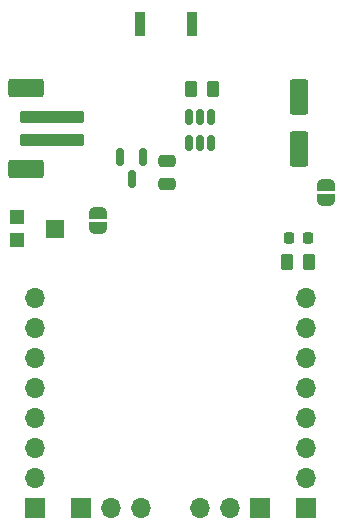
<source format=gbr>
%TF.GenerationSoftware,KiCad,Pcbnew,7.0.9*%
%TF.CreationDate,2024-03-26T06:33:17-07:00*%
%TF.ProjectId,cnft-tpl-esp32cam,636e6674-2d74-4706-9c2d-657370333263,rev?*%
%TF.SameCoordinates,Original*%
%TF.FileFunction,Soldermask,Top*%
%TF.FilePolarity,Negative*%
%FSLAX46Y46*%
G04 Gerber Fmt 4.6, Leading zero omitted, Abs format (unit mm)*
G04 Created by KiCad (PCBNEW 7.0.9) date 2024-03-26 06:33:17*
%MOMM*%
%LPD*%
G01*
G04 APERTURE LIST*
G04 Aperture macros list*
%AMRoundRect*
0 Rectangle with rounded corners*
0 $1 Rounding radius*
0 $2 $3 $4 $5 $6 $7 $8 $9 X,Y pos of 4 corners*
0 Add a 4 corners polygon primitive as box body*
4,1,4,$2,$3,$4,$5,$6,$7,$8,$9,$2,$3,0*
0 Add four circle primitives for the rounded corners*
1,1,$1+$1,$2,$3*
1,1,$1+$1,$4,$5*
1,1,$1+$1,$6,$7*
1,1,$1+$1,$8,$9*
0 Add four rect primitives between the rounded corners*
20,1,$1+$1,$2,$3,$4,$5,0*
20,1,$1+$1,$4,$5,$6,$7,0*
20,1,$1+$1,$6,$7,$8,$9,0*
20,1,$1+$1,$8,$9,$2,$3,0*%
%AMFreePoly0*
4,1,19,0.500000,-0.750000,0.000000,-0.750000,0.000000,-0.744911,-0.071157,-0.744911,-0.207708,-0.704816,-0.327430,-0.627875,-0.420627,-0.520320,-0.479746,-0.390866,-0.500000,-0.250000,-0.500000,0.250000,-0.479746,0.390866,-0.420627,0.520320,-0.327430,0.627875,-0.207708,0.704816,-0.071157,0.744911,0.000000,0.744911,0.000000,0.750000,0.500000,0.750000,0.500000,-0.750000,0.500000,-0.750000,
$1*%
%AMFreePoly1*
4,1,19,0.000000,0.744911,0.071157,0.744911,0.207708,0.704816,0.327430,0.627875,0.420627,0.520320,0.479746,0.390866,0.500000,0.250000,0.500000,-0.250000,0.479746,-0.390866,0.420627,-0.520320,0.327430,-0.627875,0.207708,-0.704816,0.071157,-0.744911,0.000000,-0.744911,0.000000,-0.750000,-0.500000,-0.750000,-0.500000,0.750000,0.000000,0.750000,0.000000,0.744911,0.000000,0.744911,
$1*%
G04 Aperture macros list end*
%ADD10R,0.900000X2.000000*%
%ADD11RoundRect,0.150000X-0.150000X0.587500X-0.150000X-0.587500X0.150000X-0.587500X0.150000X0.587500X0*%
%ADD12R,1.700000X1.700000*%
%ADD13O,1.700000X1.700000*%
%ADD14RoundRect,0.250000X-0.475000X0.250000X-0.475000X-0.250000X0.475000X-0.250000X0.475000X0.250000X0*%
%ADD15RoundRect,0.150000X0.150000X-0.512500X0.150000X0.512500X-0.150000X0.512500X-0.150000X-0.512500X0*%
%ADD16RoundRect,0.250000X2.500000X-0.250000X2.500000X0.250000X-2.500000X0.250000X-2.500000X-0.250000X0*%
%ADD17RoundRect,0.250000X1.250000X-0.550000X1.250000X0.550000X-1.250000X0.550000X-1.250000X-0.550000X0*%
%ADD18R,1.200000X1.200000*%
%ADD19R,1.500000X1.600000*%
%ADD20RoundRect,0.250000X-0.262500X-0.450000X0.262500X-0.450000X0.262500X0.450000X-0.262500X0.450000X0*%
%ADD21FreePoly0,90.000000*%
%ADD22FreePoly1,90.000000*%
%ADD23RoundRect,0.250000X0.262500X0.450000X-0.262500X0.450000X-0.262500X-0.450000X0.262500X-0.450000X0*%
%ADD24RoundRect,0.250000X-0.550000X1.250000X-0.550000X-1.250000X0.550000X-1.250000X0.550000X1.250000X0*%
%ADD25RoundRect,0.218750X-0.218750X-0.256250X0.218750X-0.256250X0.218750X0.256250X-0.218750X0.256250X0*%
G04 APERTURE END LIST*
D10*
%TO.C,SW1*%
X17378600Y49860200D03*
X12928600Y49860200D03*
%TD*%
D11*
%TO.C,U2*%
X13208000Y38608000D03*
X11308000Y38608000D03*
X12258000Y36733000D03*
%TD*%
D12*
%TO.C,J2*%
X4114800Y8880000D03*
D13*
X4114800Y11420000D03*
X4114800Y13960000D03*
X4114800Y16500000D03*
X4114800Y19040000D03*
X4114800Y21580000D03*
X4114800Y24120000D03*
X4114800Y26660000D03*
%TD*%
D14*
%TO.C,C1*%
X15240000Y38275000D03*
X15240000Y36375000D03*
%TD*%
D15*
%TO.C,U1*%
X17084000Y39776400D03*
X18034000Y39776400D03*
X18984000Y39776400D03*
X18984000Y42051400D03*
X18034000Y42051400D03*
X17084000Y42051400D03*
%TD*%
D16*
%TO.C,J3*%
X5547400Y40031500D03*
X5547400Y42031500D03*
D17*
X3297400Y37631500D03*
X3297400Y44431500D03*
%TD*%
D18*
%TO.C,RV1*%
X2515800Y33562800D03*
D19*
X5765800Y32562800D03*
D18*
X2515800Y31562800D03*
%TD*%
D20*
%TO.C,R2*%
X25440500Y29743400D03*
X27265500Y29743400D03*
%TD*%
D21*
%TO.C,JP2*%
X9398000Y32624000D03*
D22*
X9398000Y33924000D03*
%TD*%
D12*
%TO.C,J5*%
X7950000Y8890000D03*
D13*
X10490000Y8890000D03*
X13030000Y8890000D03*
%TD*%
D23*
%TO.C,R1*%
X19137500Y44373800D03*
X17312500Y44373800D03*
%TD*%
D21*
%TO.C,JP1*%
X28702000Y34986200D03*
D22*
X28702000Y36286200D03*
%TD*%
D24*
%TO.C,C2*%
X26390600Y43719200D03*
X26390600Y39319200D03*
%TD*%
D25*
%TO.C,D1*%
X25603000Y31750000D03*
X27178000Y31750000D03*
%TD*%
D12*
%TO.C,J1*%
X26980000Y8880000D03*
D13*
X26980000Y11420000D03*
X26980000Y13960000D03*
X26980000Y16500000D03*
X26980000Y19040000D03*
X26980000Y21580000D03*
X26980000Y24120000D03*
X26980000Y26660000D03*
%TD*%
D12*
%TO.C,J4*%
X23114000Y8890000D03*
D13*
X20574000Y8890000D03*
X18034000Y8890000D03*
%TD*%
M02*

</source>
